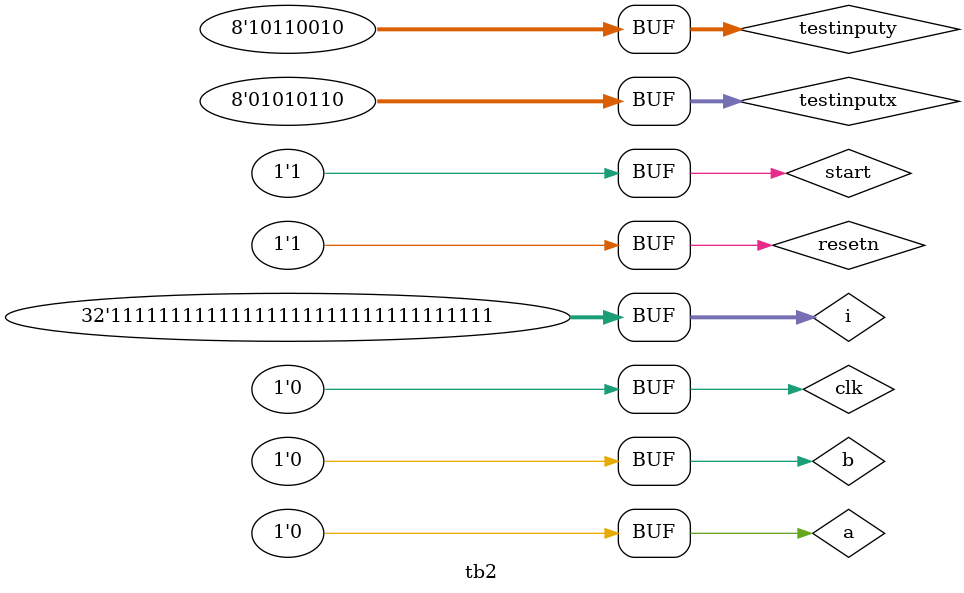
<source format=v>
module tb2();
reg a, b, clk, start, resetn;
wire [7:0]sum;
wire done, c;
reg [7:0] testinputx, testinputy;
integer i;
serial_adder ut(.ain(a), .bin(b), .clk(clk), .start(start), .resetn(resetn),.sum(sum),
.done(done), .c(c));
initial
begin
//giving starting default values
a=0; b=0; start=1; clk=0;
//setting teh module at reset.
resetn=1; #1; resetn=0; #1; resetn=1;
//input values for x and y, from left to right.
testinputx = 8'b01010110;
testinputy = 8'b10110010;
//cyclic inputs x and y transversing the above values.
for( i=7; i>=0; i=i-1)begin
a = testinputx[i];
b = testinputy[i];
clk =1; #20;
clk =0; #20;
end
//additional cycles for computing the adder result.
for( i=7; i>=0; i=i-1)begin
clk =1; #20;
clk =0; #20;
end
end
endmodule

</source>
